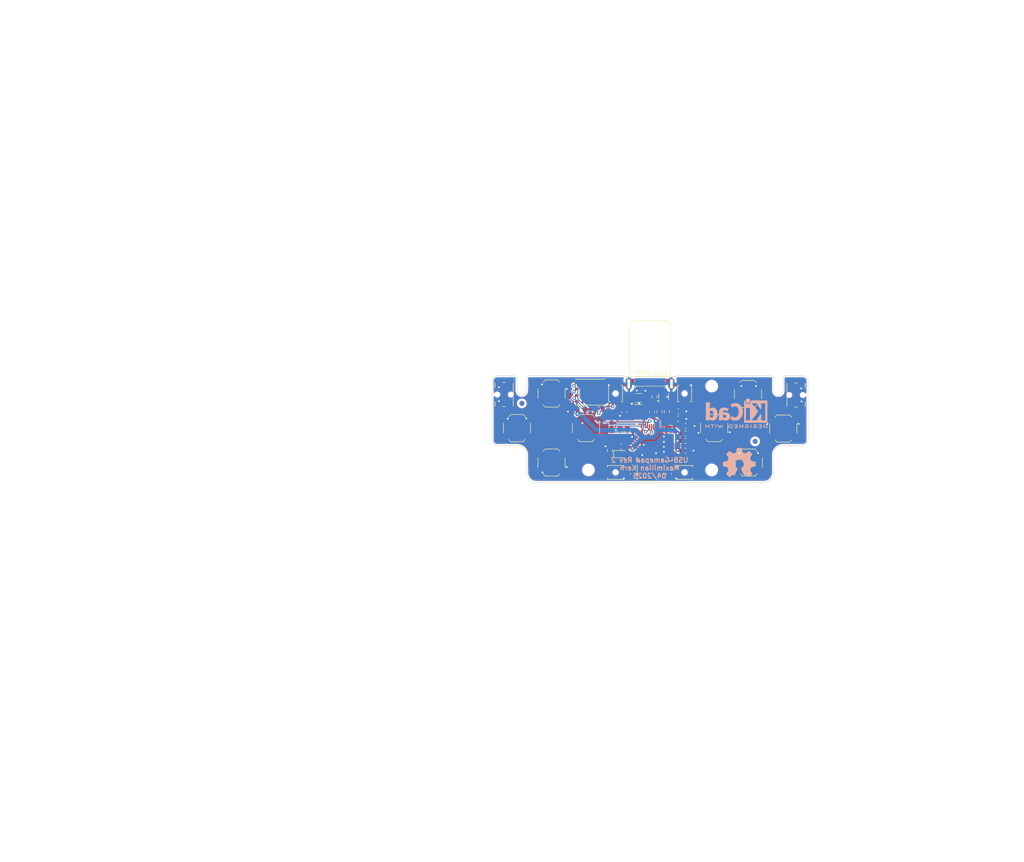
<source format=kicad_pcb>
(kicad_pcb (version 20241229) (generator "pcbnew") (generator_version "9.0")
  (title_block (title "USB-C Gamepad") (date "2025-03-19") (rev "2") (company "Maximilian Kern"))
  (layers (0 "F.Cu" signal) (2 "B.Cu" signal) (13 "F.Paste" user) (15 "B.Paste" user) (5 "F.SilkS" user "F.Silkscreen") (7 "B.SilkS" user "B.Silkscreen") (1 "F.Mask" user) (3 "B.Mask" user) (25 "Edge.Cuts" user))
  (net 0 "")
  (net 1 "+3.3V")
  (net 2 "Net-(U1-EN)")
  (net 3 "Net-(U4-XIN)")
  (net 4 "+1V1")
  (net 5 "Net-(U4-XOUT)")
  (net 6 "Net-(D1-K)")
  (net 7 "/D_P")
  (net 8 "/D_N")
  (net 9 "USB_D_P")
  (net 10 "/USB_D2_P")
  (net 11 "/USB_D2_N")
  (net 12 "USB_D_N")
  (net 13 "/BT_Up")
  (net 14 "GND")
  (net 15 "QSPI_SD3")
  (net 16 "QSPI_SD0")
  (net 17 "Net-(D1-A)")
  (net 18 "QSPI_SD2")
  (net 21 "QSPI_SCLK")
  (net 22 "/VUSB_RAW")
  (net 25 "QSPI_SD1")
  (net 26 "QSPI_CS")
  (net 29 "Net-(J1-CC)")
  (net 42 "/BT_Left")
  (net 43 "/BT_S2")
  (net 44 "/BT_Right")
  (net 45 "/BT_Down")
  (net 46 "/BT_B3")
  (net 47 "/BT_B4")
  (net 48 "/BT_B2")
  (net 49 "/BT_B1")
  (net 50 "/BT_S1")
  (net 51 "/BT_A2")
  (net 52 "/BT_A1")
  (net 53 "/BT_R1")
  (net 54 "/BT_L1")
  (footprint "Package_SON:WSON-8-1EP_6x5mm_P1.27mm_EP3.4x4.3mm" (layer "F.Cu") (at 135.85 96.725 180)
    (property "Reference" "U3" (hide yes))
    (property "Value" "W25Q64JVZPIQ")
  )
  (footprint "Capacitor_SMD:C_0603_1608Metric" (layer "F.Cu") (at 142.1 107.8 180)
    (property "Reference" "C10" (hide yes))
    (property "Value" "100nF")
  )
  (footprint "Package_TO_SOT_SMD:SOT-23-5" (layer "F.Cu") (at 145.6 100.8)
    (property "Reference" "U1" (hide yes))
    (property "Value" "AP2112K-3.3")
  )
  (footprint "Fiducial:Fiducial_1mm_Mask2mm" (layer "F.Cu") (at 122 99 90)
    (property "Reference" "FID4" (hide yes))
    (property "Value" "Fiducial")
  )
  (footprint "Resistor_SMD:R_0603_1608Metric" (layer "F.Cu") (at 140.2 103.8 90)
    (property "Reference" "R1" (hide yes))
    (property "Value" "10k")
  )
  (footprint "Capacitor_SMD:C_0603_1608Metric" (layer "F.Cu") (at 153.7 102.1)
    (property "Reference" "C15" (hide yes))
    (property "Value" "100nF")
  )
  (footprint "LOGO" (layer "F.Cu") (at 128 104)
    (property "Reference" "G***" (hide yes))
    (property "Value" "LOGO" (hide yes))
  )
  (footprint "Button_Switch_SMD:SW_SPST_TL3342" (layer "F.Cu") (at 167.85 97.1 180)
    (property "Reference" "SW6" (hide yes))
    (property "Value" "SW_Push")
  )
  (footprint "Capacitor_SMD:C_0603_1608Metric" (layer "F.Cu") (at 141.9 104.8 -90)
    (property "Reference" "C12" (hide yes))
    (property "Value" "100nF")
  )
  (footprint "Button_Switch_SMD:Panasonic_EVQPUM_EVQPUD" (layer "F.Cu") (at 177.6 97.3 -90)
    (property "Reference" "SW10" (hide yes))
    (property "Value" "SW_Push")
  )
  (footprint "Button_Switch_SMD:Panasonic_EVQPUM_EVQPUD" (layer "F.Cu") (at 118.4 97.2 90)
    (property "Reference" "SW5" (hide yes))
    (property "Value" "SW_Push")
  )
  (footprint "Capacitor_SMD:C_0603_1608Metric" (layer "F.Cu") (at 155.2 105.1)
    (property "Reference" "C13" (hide yes))
    (property "Value" "1uF")
  )
  (footprint "Resistor_SMD:R_0603_1608Metric" (layer "F.Cu") (at 148.9 97.65 90)
    (property "Reference" "R7" (hide yes))
    (property "Value" "5.1k")
  )
  (footprint "Resistor_SMD:R_0603_1608Metric" (layer "F.Cu") (at 137.6 100.2 180)
    (property "Reference" "R2" (hide yes))
    (property "Value" "1k")
  )
  (footprint "MountingHole:MountingHole_2.1mm" (layer "F.Cu") (at 160.5 112.5)
    (property "Reference" "H3" (hide yes))
    (property "Value" "MountingHole")
  )
  (footprint "Capacitor_SMD:C_0603_1608Metric" (layer "F.Cu") (at 134 100.2)
    (property "Reference" "C3" (hide yes))
    (property "Value" "1uF")
  )
  (footprint "Package_DFN_QFN:QFN-56-1EP_7x7mm_P0.4mm_EP3.2x3.2mm" (layer "F.Cu") (at 148.8625 107.0625)
    (property "Reference" "U4" (hide yes))
    (property "Value" "RP2040")
  )
  (footprint "Capacitor_SMD:C_0603_1608Metric" (layer "F.Cu") (at 155.2 108.6)
    (property "Reference" "C9" (hide yes))
    (property "Value" "100nF")
  )
  (footprint "Button_Switch_SMD:SW_SPST_TL3342" (layer "F.Cu") (at 161 104)
    (property "Reference" "SW7" (hide yes))
    (property "Value" "SW_Push")
  )
  (footprint "Package_TO_SOT_SMD:SOT-666" (layer "F.Cu") (at 150.7525 97.65 90)
    (property "Reference" "U2" (hide yes))
    (property "Value" "USBLC6-2P6")
  )
  (footprint "Capacitor_SMD:C_0603_1608Metric" (layer "F.Cu") (at 153.7 100.6)
    (property "Reference" "C11" (hide yes))
    (property "Value" "1uF")
  )
  (footprint "Fiducial:Fiducial_1mm_Mask2mm" (layer "F.Cu") (at 169.3 106.7 180)
    (property "Reference" "FID1" (hide yes))
    (property "Value" "Fiducial")
  )
  (footprint "Capacitor_SMD:C_0603_1608Metric" (layer "F.Cu") (at 150.3 113.3 90)
    (property "Reference" "C6" (hide yes))
    (property "Value" "15pF")
  )
  (footprint "Capacitor_SMD:C_0603_1608Metric" (layer "F.Cu") (at 142.8 100.8 -90)
    (property "Reference" "C1" (hide yes))
    (property "Value" "1uF")
  )
  (footprint "Button_Switch_SMD:SW_SPST_TL3342" (layer "F.Cu") (at 135 104 180)
    (property "Reference" "SW4" (hide yes))
    (property "Value" "SW_Push")
  )
  (footprint "gamepadLib:USB_TYPEC_PLUG_12P" (layer "F.Cu") (at 148 95 180)
    (property "Reference" "J1" (hide yes))
    (property "Value" "USB_C_Receptacle_USB2.0")
  )
  (footprint "Button_Switch_SMD:SW_SPST_TL3342" (layer "F.Cu") (at 175 104.1 180)
    (property "Reference" "SW8" (hide yes))
    (property "Value" "SW_Push")
  )
  (footprint "MountingHole:MountingHole_2.1mm" (layer "F.Cu") (at 160.5 95.5)
    (property "Reference" "H2" (hide yes))
    (property "Value" "MountingHole")
  )
  (footprint "Button_Switch_SMD:SW_SPST_B3U-1000P-B" (layer "F.Cu") (at 155 113 180)
    (property "Reference" "SW12" (hide yes))
    (property "Value" "SW_Push")
  )
  (footprint "Button_Switch_SMD:SW_SPST_TL3342" (layer "F.Cu") (at 128 97 180)
    (property "Reference" "SW1" (hide yes))
    (property "Value" "SW_Push")
  )
  (footprint "Fuse:Fuse_1206_3216Metric_Pad1.42x1.75mm_HandSolder" (layer "F.Cu") (at 145.7 97.9 180)
    (property "Reference" "F1" (hide yes))
    (property "Value" "500mA")
  )
  (footprint "Capacitor_SMD:C_0603_1608Metric" (layer "F.Cu") (at 144.5 113.3 90)
    (property "Reference" "C5" (hide yes))
    (property "Value" "15pF")
  )
  (footprint "MountingHole:MountingHole_2.1mm" (layer "F.Cu") (at 135.5 112.5)
    (property "Reference" "H1" (hide yes))
    (property "Value" "MountingHole")
  )
  (footprint "Capacitor_SMD:C_0603_1608Metric" (layer "F.Cu") (at 143.4 104.8 -90)
    (property "Reference" "C4" (hide yes))
    (property "Value" "100nF")
  )
  (footprint "Crystal:Crystal_SMD_Abracon_ABM8G-4Pin_3.2x2.5mm" (layer "F.Cu") (at 147.4 113.1)
    (property "Reference" "Y1" (hide yes))
    (property "Value" "ABM8-272-T3")
  )
  (footprint "Resistor_SMD:R_0603_1608Metric" (layer "F.Cu") (at 149.9 100.675 90)
    (property "Reference" "R3" (hide yes))
    (property "Value" "27")
  )
  (footprint "Button_Switch_SMD:SW_SPST_B3U-1000P-B" (layer "F.Cu") (at 155 97 90)
    (property "Reference" "SW14" (hide yes))
    (property "Value" "SW_Push")
  )
  (footprint "Resistor_SMD:R_0603_1608Metric" (layer "F.Cu") (at 151.4 100.675 90)
    (property "Reference" "R4" (hide yes))
    (property "Value" "27")
  )
  (footprint "Button_Switch_SMD:SW_SPST_TL3342" (layer "F.Cu") (at 128 111)
    (property "Reference" "SW3" (hide yes))
    (property "Value" "SW_Push")
  )
  (footprint "Capacitor_SMD:C_0603_1608Metric" (layer "F.Cu") (at 155.2 103.6)
    (property "Reference" "C8" (hide yes))
    (property "Value" "100nF")
  )
  (footprint "Button_Switch_SMD:SW_SPST_B3U-1000P-B" (layer "F.Cu") (at 141 113)
    (property "Reference" "SW11" (hide yes))
    (property "Value" "SW_Push")
  )
  (footprint "Capacitor_SMD:C_0603_1608Metric" (layer "F.Cu") (at 155.2 106.6)
    (property "Reference" "C7" (hide yes))
    (property "Value" "100nF")
  )
  (footprint "Resistor_SMD:R_0603_1608Metric" (layer "F.Cu") (at 139.85 108.55 -90)
    (property "Reference" "R5" (hide yes))
    (property "Value" "2k2")
  )
  (footprint "LED_SMD:LED_0603_1608Metric" (layer "F.Cu") (at 142.1 109.3)
    (property "Reference" "D1" (hide yes))
    (property "Value" "LED")
  )
  (footprint "Button_Switch_SMD:SW_SPST_B3U-1000P-B" (layer "F.Cu") (at 141 97 90)
    (property "Reference" "SW13" (hide yes))
    (property "Value" "SW_Push")
  )
  (footprint "Capacitor_SMD:C_0603_1608Metric" (layer "F.Cu") (at 148.4 100.725 90)
    (property "Reference" "C2" (hide yes))
    (property "Value" "1uF")
  )
  (footprint "Button_Switch_SMD:SW_SPST_TL3342" (layer "F.Cu") (at 121 104 180)
    (property "Reference" "SW2" (hide yes))
    (property "Value" "SW_Push")
  )
  (footprint "Button_Switch_SMD:SW_SPST_TL3342" (layer "F.Cu") (at 168 111 180)
    (property "Reference" "SW9" (hide yes))
    (property "Value" "SW_Push")
  )
  (footprint "Capacitor_SMD:C_0603_1608Metric" (layer "F.Cu") (at 151.8 113.3 -90)
    (property "Reference" "C14" (hide yes))
    (property "Value" "100nF")
  )
  (footprint "Fiducial:Fiducial_1mm_Mask2mm" (layer "B.Cu") (at 122 99 90)
    (property "Reference" "FID3" (hide yes))
    (property "Value" "Fiducial")
  )
  (footprint "Fiducial:Fiducial_1mm_Mask2mm" (layer "B.Cu") (at 169.3 106.7 90)
    (property "Reference" "FID2" (hide yes))
    (property "Value" "Fiducial")
  )
  (footprint "Symbol:KiCad-Logo2_5mm_SilkScreen" (layer "B.Cu") (at 165.5 101 180)
    (property "Reference" "REF**" (hide yes))
    (property "Value" "KiCad-Logo2_5mm_SilkScreen" (hide yes))
  )
  (footprint "Symbol:OSHW-Symbol_6.7x6mm_SilkScreen" (layer "B.Cu") (at 166.1 111 180)
    (property "Reference" "REF**" (hide yes))
    (property "Value" "OSHW-Symbol_6.7x6mm_SilkScreen" (hide yes))
  )
  (gr_line (start 121 96.4) (end 121 93.9) (stroke (width 0.1)) (layer "Edge.Cuts"))
  (gr_line (start 180 94.4) (end 180 106.5) (stroke (width 0.1)) (layer "Edge.Cuts"))
  (gr_arc (start 123 93.9) (mid 123.146447 93.546447) (end 123.5 93.4) (stroke (width 0.1)) (layer "Edge.Cuts"))
  (gr_arc (start 120.5 93.4) (mid 120.853553 93.546447) (end 121 93.9) (stroke (width 0.1)) (layer "Edge.Cuts"))
  (gr_line (start 173 93.9) (end 173 96.4) (stroke (width 0.1)) (layer "Edge.Cuts"))
  (gr_arc (start 153.4 93.4) (mid 153.223607 93.547214) (end 153 93.6) (stroke (width 0.1)) (layer "Edge.Cuts"))
  (gr_arc (start 175 96.4) (mid 174 97.4) (end 173 96.4) (stroke (width 0.1)) (layer "Edge.Cuts"))
  (gr_line (start 123 93.9) (end 123 96.4) (stroke (width 0.1)) (layer "Edge.Cuts"))
  (gr_line (start 173 109.5) (end 173 113) (stroke (width 0.1)) (layer "Edge.Cuts"))
  (gr_line (start 123 109.5) (end 123 113) (stroke (width 0.1)) (layer "Edge.Cuts"))
  (gr_line (start 120.5 93.4) (end 117 93.4) (stroke (width 0.1)) (layer "Edge.Cuts"))
  (gr_arc (start 125 115) (mid 123.585786 114.414214) (end 123 113) (stroke (width 0.1)) (layer "Edge.Cuts"))
  (gr_line (start 153.4 93.4) (end 172.5 93.4) (stroke (width 0.1)) (layer "Edge.Cuts"))
  (gr_arc (start 172.5 93.4) (mid 172.853553 93.546447) (end 173 93.9) (stroke (width 0.1)) (layer "Edge.Cuts"))
  (gr_line (start 175.5 93.4) (end 179 93.4) (stroke (width 0.1)) (layer "Edge.Cuts"))
  (gr_arc (start 173 109.5) (mid 173.585786 108.085786) (end 175 107.5) (stroke (width 0.1)) (layer "Edge.Cuts"))
  (gr_line (start 143 93.6) (end 153 93.6) (stroke (width 0.1)) (layer "Edge.Cuts"))
  (gr_arc (start 123 96.4) (mid 122 97.4) (end 121 96.4) (stroke (width 0.1)) (layer "Edge.Cuts"))
  (gr_line (start 175 96.4) (end 175 93.9) (stroke (width 0.1)) (layer "Edge.Cuts"))
  (gr_arc (start 143 93.6) (mid 142.776393 93.547214) (end 142.6 93.4) (stroke (width 0.1)) (layer "Edge.Cuts"))
  (gr_arc (start 121 107.5) (mid 122.414214 108.085786) (end 123 109.5) (stroke (width 0.1)) (layer "Edge.Cuts"))
  (gr_line (start 175 107.5) (end 179 107.5) (stroke (width 0.1)) (layer "Edge.Cuts"))
  (gr_arc (start 180 106.5) (mid 179.707107 107.207107) (end 179 107.5) (stroke (width 0.1)) (layer "Edge.Cuts"))
  (gr_arc (start 116 94.4) (mid 116.292893 93.692893) (end 117 93.4) (stroke (width 0.1)) (layer "Edge.Cuts"))
  (gr_arc (start 179 93.4) (mid 179.707107 93.692893) (end 180 94.4) (stroke (width 0.1)) (layer "Edge.Cuts"))
  (gr_line (start 116 94.4) (end 116 106.5) (stroke (width 0.1)) (layer "Edge.Cuts"))
  (gr_arc (start 175 93.9) (mid 175.146447 93.546447) (end 175.5 93.4) (stroke (width 0.1)) (layer "Edge.Cuts"))
  (gr_arc (start 173 113) (mid 172.414214 114.414214) (end 171 115) (stroke (width 0.1)) (layer "Edge.Cuts"))
  (gr_line (start 121 107.5) (end 117 107.5) (stroke (width 0.1)) (layer "Edge.Cuts"))
  (gr_arc (start 117 107.5) (mid 116.292893 107.207107) (end 116 106.5) (stroke (width 0.1)) (layer "Edge.Cuts"))
  (gr_line (start 171 115) (end 125 115) (stroke (width 0.1)) (layer "Edge.Cuts"))
  (gr_line (start 142.6 93.4) (end 123.5 93.4) (stroke (width 0.1)) (layer "Edge.Cuts"))
  (gr_text "USB Gamepad Rev 2\nMaximilian Kern\n04/2025" (at 147.9 112.1 0) (layer "B.SilkS") (effects (font (size 1 1) (thickness 0.2)) (justify mirror)))
  (segment (start 149.2125 102.556449) (end 149.356449 102.556449) (width 0.2) (layer "F.Cu") (net 1))
  (segment (start 147.2 109.2) (end 146.0625 108.0625) (width 0.3) (layer "F.Cu") (net 1))
  (segment (start 152.3 108.0625) (end 153.0625 108.0625) (width 0.2) (layer "F.Cu") (net 1))
  (segment (start 148.3 109.2) (end 147.2 109.2) (width 0.3) (layer "F.Cu") (net 1))
  (segment (start 154.225 108.4) (end 154.425 108.6) (width 0.2) (layer "F.Cu") (net 1))
  (segment (start 144.4 108.1) (end 144.7 108.1) (width 0.2) (layer "F.Cu") (net 1))
  (segment (start 143.025 104.05) (end 141.435518 104.05) (width 0.3) (layer "F.Cu") (net 1))
  (segment (start 149.356449 102.556449) (end 149.4625 102.6625) (width 0.2) (layer "F.Cu") (net 1))
  (segment (start 154.425 106.6) (end 153.575 106.6) (width 0.5) (layer "F.Cu") (net 1))
  (segment (start 147.8 100.9) (end 148.4 101.5) (width 0.5) (layer "F.Cu") (net 1))
  (segment (start 145.425 104.4625) (end 144.725 104.4625) (width 0.2) (layer "F.Cu") (net 1))
  (segment (start 152.3 103.6) (end 151.4875 103.6) (width 0.5) (layer "F.Cu") (net 1))
  (segment (start 140.2 104.625) (end 140.860518 104.625) (width 0.3) (layer "F.Cu") (net 1))
  (segment (start 148.4 101.5) (end 148.6 101.7) (width 0.5) (layer "F.Cu") (net 1))
  (segment (start 133.15 100.125) (end 133.225 100.2) (width 0.3) (layer "F.Cu") (net 1))
  (segment (start 151.4625 103.625) (end 151.2135 103.625) (width 0.5) (layer "F.Cu") (net 1))
  (segment (start 154.425 106.6) (end 154.425 103.6) (width 0.5) (layer "F.Cu") (net 1))
  (segment (start 133.15 98.63) (end 133.15 100.125) (width 0.3) (layer "F.Cu") (net 1))
  (segment (start 149.202678 102.556449) (end 149.0625 102.696627) (width 0.2) (layer "F.Cu") (net 1))
  (segment (start 149.20288 102.546829) (end 149.202678 102.547031) (width 0.2) (layer "F.Cu") (net 1))
  (segment (start 143.05 104.025) (end 143.025 104.05) (width 0.3) (layer "F.Cu") (net 1))
  (segment (start 146.7375 100.3375) (end 147.3 100.9) (width 0.5) (layer "F.Cu") (net 1))
  (segment (start 133.3 101.1) (end 133.3 100.275) (width 0.3) (layer "F.Cu") (net 1))
  (segment (start 149.0625 109.9625) (end 148.3 109.2) (width 0.2) (layer "F.Cu") (net 1))
  (segment (start 133.3 100.275) (end 133.225 100.2) (width 0.3) (layer "F.Cu") (net 1))
  (segment (start 149.20288 102.546829) (end 149.2125 102.556449) (width 0.2) (layer "F.Cu") (net 1))
  (segment (start 154.4 108.45) (end 154.425 108.475) (width 0.5) (layer "F.Cu") (net 1))
  (segment (start 141.435518 104.05) (end 141.049305 104.436213) (width 0.3) (layer "F.Cu") (net 1))
  (segment (start 133.46 100.46) (end 133.46 100) (width 0.2) (layer "F.Cu") (net 1))
  (segment (start 149.202678 102.547031) (end 149.202678 102.556449) (width 0.2) (layer "F.Cu") (net 1))
  (segment (start 154.425 103.6) (end 152.3 103.6) (width 0.5) (layer "F.Cu") (net 1))
  (segment (start 149.0625 102.696627) (end 149.0625 103.625) (width 0.2) (layer "F.Cu") (net 1))
  (segment (start 142.975 107.9) (end 142.875 107.8) (width 0.5) (layer "F.Cu") (net 1))
  (segment (start 148.6 101.8) (end 149.146829 102.346829) (width 0.5) (layer "F.Cu") (net 1))
  (segment (start 154.425 105.1) (end 153.575 105.1) (width 0.5) (layer "F.Cu") (net 1))
  (segment (start 149.146829 102.346829) (end 149.146829 102.546829) (width 0.5) (layer "F.Cu") (net 1))
  (segment (start 153.6 108.45) (end 154.4 108.45) (width 0.5) (layer "F.Cu") (net 1))
  (segment (start 144.2875 104.025) (end 143.4 104.025) (width 0.2) (layer "F.Cu") (net 1))
  (segment (start 148.6 101.7) (end 148.6 101.8) (width 0.5) (layer "F.Cu") (net 1))
  (segment (start 146.7375 99.85) (end 146.7375 100.3375) (width 0.5) (layer "F.Cu") (net 1))
  (segment (start 152.3 103.6) (end 152.3 104.3) (width 0.5) (layer "F.Cu") (net 1))
  (segment (start 140.860518 104.625) (end 141.049305 104.436213) (width 0.3) (layer "F.Cu") (net 1))
  (segment (start 144.2 107.9) (end 142.975 107.9) (width 0.5) (layer "F.Cu") (net 1))
  (segment (start 153.0625 108.0625) (end 153.4 108.4) (width 0.2) (layer "F.Cu") (net 1))
  (segment (start 149.0625 110.5) (end 149.0625 109.9625) (width 0.2) (layer "F.Cu") (net 1))
  (segment (start 144.7375 108.0625) (end 145.425 108.0625) (width 0.2) (layer "F.Cu") (net 1))
  (segment (start 146.0625 108.0625) (end 145.425 108.0625) (width 0.2) (layer "F.Cu") (net 1))
  (segment (start 149.146829 102.546829) (end 149.20288 102.546829) (width 0.3) (layer "F.Cu") (net 1))
  (segment (start 143.4 104.025) (end 143.05 104.025) (width 0.3) (layer "F.Cu") (net 1))
  (segment (start 144.725 104.4625) (end 144.2875 104.025) (width 0.2) (layer "F.Cu") (net 1))
  (segment (start 147.3 100.9) (end 147.8 100.9) (width 0.5) (layer "F.Cu") (net 1))
  (segment (start 144.7 108.1) (end 144.7375 108.0625) (width 0.2) (layer "F.Cu") (net 1))
  (segment (start 144.4 108.1) (end 144.2 107.9) (width 0.5) (layer "F.Cu") (net 1))
  (segment (start 149.4625 102.6625) (end 149.4625 103.625) (width 0.2) (layer "F.Cu") (net 1))
  (segment (start 151.4875 103.6) (end 151.4625 103.625) (width 0.5) (layer "F.Cu") (net 1))
  (segment (start 154.425 108.475) (end 154.425 108.6) (width 0.5) (layer "F.Cu") (net 1))
  (via (at 149.20288 102.546829) (size 0.7) (drill 0.35) (layers "F.Cu" "B.Cu") (net 1))
  (via (at 153.575 106.6) (size 0.7) (drill 0.35) (layers "F.Cu" "B.Cu") (net 1))
  (via (at 144.4 108.1) (size 0.7) (drill 0.35) (layers "F.Cu" "B.Cu") (net 1))
  (via (at 153.575 105.1) (size 0.7) (drill 0.35) (layers "F.Cu" "B.Cu") (net 1))
  (via (at 141.049305 104.436213) (size 0.7) (drill 0.35) (layers "F.Cu" "B.Cu") (net 1))
  (via (at 133.3 101.1) (size 0.7) (drill 0.35) (layers "F.Cu" "B.Cu") (net 1))
  (via (at 153.6 108.45) (size 0.7) (drill 0.35) (layers "F.Cu" "B.Cu") (net 1))
  (segment (start 149.351 105.349) (end 149.351 104.364661) (width 1) (layer "B.Cu") (net 1))
  (segment (start 149.20288 102.546829) (end 149.20288 102.59712) (width 1) (layer "B.Cu") (net 1))
  (segment (start 149.354782 102.698731) (end 149.354782 104.368443) (width 1) (layer "B.Cu") (net 1))
  (segment (start 134.701719 101.93462) (end 134.68462 101.93462) (width 1) (layer "B.Cu") (net 1))
  (segment (start 146.501 105.851) (end 148.849 105.851) (width 1) (layer "B.Cu") (net 1))
  (segment (start 144.4 108.1) (end 146.501 105.999) (width 1) (layer "B.Cu") (net 1))
  (segment (start 149.354782 104.368443) (end 149.351 104.364661) (width 1) (layer "B.Cu") (net 1))
  (segment (start 141.049305 104.436213) (end 145.086213 104.436213) (width 1) (layer "B.Cu") (net 1))
  (segment (start 145.086213 104.436213) (end 146.501 105.851) (width 1) (layer "B.Cu") (net 1))
  (segment (start 153.575 108.325) (end 153.575 105.075) (width 1) (layer "B.Cu") (net 1))
  (segment (start 137.186213 104.436213) (end 135.31738 102.56738) (width 1) (layer "B.Cu") (net 1))
  (segment (start 133.85 101.1) (end 133.3 101.1) (width 1) (layer "B.Cu") (net 1))
  (segment (start 152.864661 104.364661) (end 149.351 104.364661) (width 1) (layer "B.Cu") (net 1))
  (segment (start 141.049305 104.436213) (end 137.186213 104.436213) (width 1) (layer "B.Cu") (net 1))
  (segment (start 146.501 105.999) (end 146.501 105.851) (width 1) (layer "B.Cu") (net 1))
  (segment (start 148.849 105.851) (end 149.351 105.349) (width 1) (layer "B.Cu") (net 1))
  (segment (start 149.20288 102.546829) (end 149.354782 102.698731) (width 1) (layer "B.Cu") (net 1))
  (segment (start 153.575 105.075) (end 152.864661 104.364661) (width 1) (layer "B.Cu") (net 1))
  (segment (start 153.6 108.35) (end 153.575 108.325) (width 1) (layer "B.Cu") (net 1))
  (segment (start 134.68462 101.93462) (end 133.85 101.1) (width 1) (layer "B.Cu") (net 1))
  (segment (start 135.31738 102.550281) (end 134.701719 101.93462) (width 1) (layer "B.Cu") (net 1))
  (segment (start 153.6 108.45) (end 153.6 108.35) (width 1) (layer "B.Cu") (net 1))
  (segment (start 135.31738 102.56738) (end 135.31738 102.550281) (width 1) (layer "B.Cu") (net 1))
  (segment (start 144.901744 98.014244) (end 144.326744 98.014244) (width 0.2) (layer "F.Cu") (net 2))
  (segment (start 145.6 101.3) (end 145.6 100.325001) (width 0.2) (layer "F.Cu") (net 2))
  (segment (start 145.15 101.75) (end 145.6 101.3) (width 0.2) (layer "F.Cu") (net 2))
  (segment (start 145.6 100.325001) (end 145.124999 99.85) (width 0.2) (layer "F.Cu") (net 2))
  (segment (start 144.4625 101.75) (end 145.15 101.75) (width 0.2) (layer "F.Cu") (net 2))
  (segment (start 142.975 99.85) (end 142.8 100.025) (width 0.5) (layer "F.Cu") (net 2))
  (segment (start 144.326744 98.014244) (end 144.2125 97.9) (width 0.2) (layer "F.Cu") (net 2))
  (segment (start 142.8 99.3125) (end 142.8 100.025) (width 0.5) (layer "F.Cu") (net 2))
  (segment (start 144.2125 97.9) (end 142.8 99.3125) (width 0.5) (layer "F.Cu") (net 2))
  (segment (start 144.4625 99.85) (end 142.975 99.85) (width 0.5) (layer "F.Cu") (net 2))
  (segment (start 145.124999 99.85) (end 144.4625 99.85) (width 0.2) (layer "F.Cu") (net 2))
  (segment (start 148 111.3) (end 147.7 111.3) (width 0.2) (layer "F.Cu") (net 3))
  (segment (start 147.5 112.85) (end 146.4 113.95) (width 0.2) (layer "F.Cu") (net 3))
  (segment (start 146.4 113.95) (end 146.3 113.95) (width 0.2) (layer "F.Cu") (net 3))
  (segment (start 147.7 111.3) (end 147.5 111.5) (width 0.2) (layer "F.Cu") (net 3))
  (segment (start 144.5 114.075) (end 146.175 114.075) (width 0.2) (layer "F.Cu") (net 3))
  (segment (start 146.175 114.075) (end 146.3 113.95) (width 0.2) (layer "F.Cu") (net 3))
  (segment (start 148.2625 110.5) (end 148.2625 111.0375) (width 0.2) (layer "F.Cu") (net 3))
  (segment (start 147.5 111.5) (end 147.5 112.85) (width 0.2) (layer "F.Cu") (net 3))
  (segment (start 148.2625 111.0375) (end 148 111.3) (width 0.2) (layer "F.Cu") (net 3))
  (segment (start 151.1 102.6) (end 152.425 102.6) (width 0.5) (layer "F.Cu") (net 4))
  (segment (start 151.3 109.5) (end 151.5 109.3) (width 0.3) (layer "F.Cu") (net 4))
  (segment (start 149.4625 110.5) (end 149.4625 111.291136) (width 0.2) (layer "F.Cu") (net 4))
  (segment (start 152.9 102.125) (end 152.9 100.625) (width 0.5) (layer "F.Cu") (net 4))
  (segment (start 151.675 112.525) (end 151.8 112.525) (width 0.2) (layer "F.Cu") (net 4))
  (segment (start 149.4625 110.5) (end 149.4625 109.8375) (width 0.2) (layer "F.Cu") (net 4))
  (segment (start 150.8 104.5) (end 149.002226 104.5) (width 0.3) (layer "F.Cu") (net 4))
  (segment (start 152.9 100.625) (end 152.925 100.6) (width 0.2) (layer "F.Cu") (net 4))
  (segment (start 151.5 105.2) (end 150.8 104.5) (width 0.3) (layer "F.Cu") (net 4))
  (segment (start 151.2339 112.101) (end 151.251 112.101) (width 0.2) (layer "F.Cu") (net 4))
  (segment (start 150.6625 103.625) (end 150.6625 104.3625) (width 0.2) (layer "F.Cu") (net 4))
  (segment (start 149.4625 109.8375) (end 149.8 109.5) (width 0.2) (layer "F.Cu") (net 4))
  (segment (start 149.002226 104.5) (end 148.6625 104.160274) (width 0.2) (layer "F.Cu") (net 4))
  (segment (start 151.1 102.6) (end 150.9 102.6) (width 0.2) (layer "F.Cu") (net 4))
  (segment (start 149.8 109.5) (end 151.3 109.5) (width 0.3) (layer "F.Cu") (net 4))
  (segment (start 150.999 111.8661) (end 151.2339 112.101) (width 0.2) (layer "F.Cu") (net 4))
  (segment (start 151.5 109.3) (end 151.5 105.2) (width 0.3) (layer "F.Cu") (net 4))
  (segment (start 150.9 102.6) (end 150.6625 102.8375) (width 0.2) (layer "F.Cu") (net 4))
  (segment (start 150.8964 111.7635) (end 150.999 111.8661) (width 0.2) (layer "F.Cu") (net 4))
  (segment (start 151.251 112.101) (end 151.675 112.525) (width 0.2) (layer "F.Cu") (net 4))
  (segment (start 149.771364 111.6) (end 150.7329 111.6) (width 0.2) (layer "F.Cu") (net 4))
  (segment (start 150.7329 111.6) (end 150.8964 111.7635) (width 0.2) (layer "F.Cu") (net 4))
  (segment (start 150.6625 102.8375) (end 150.6625 103.625) (width 0.2) (layer "F.Cu") (net 4))
  (segment (start 148.6625 104.160274) (end 148.6625 103.625) (width 0.2) (layer "F.Cu") (net 4))
  (segment (start 149.4625 111.291136) (end 149.771364 111.6) (width 0.2) (layer "F.Cu") (net 4))
  (segment (start 152.425 102.6) (end 152.9 102.125) (width 0.5) (layer "F.Cu") (net 4))
  (segment (start 150.3 112.525) (end 148.775 112.525) (width 0.3) (layer "F.Cu") (net 5))
  (segment (start 148.55 112.25) (end 148.5 112.25) (width 0.2) (layer "F.Cu") (net 5))
  (segment (start 148.6625 112.0875) (end 148.5 112.25) (width 0.2) (layer "F.Cu") (net 5))
  (segment (start 150 112.25) (end 150.25 112.5) (width 0.2) (layer "F.Cu") (net 5))
  (segment (start 148.775 112.525) (end 148.5 112.25) (width 0.3) (layer "F.Cu") (net 5))
  (segment (start 148.6625 110.5) (end 148.6625 112.0875) (width 0.2) (layer "F.Cu") (net 5))
  (segment (start 141.3125 109.3) (end 139.925 109.3) (width 0.3) (layer "F.Cu") (net 6))
  (segment (start 139.925 109.3) (end 139.85 109.375) (width 0.3) (layer "F.Cu") (net 6))
  (segment (start 149.75 95.4) (end 149.75 96.033088) (width 0.3) (layer "F.Cu") (net 7))
  (segment (start 150.215 96.498088) (end 150.215 96.8) (width 0.3) (layer "F.Cu") (net 7))
  (segment (start 149.75 96.033088) (end 150.215 96.498088) (width 0.3) (layer "F.Cu") (net 7))
  (segment (start 150.65 95.95) (end 151 95.95) (width 0.3) (layer "F.Cu") (net 8))
  (segment (start 150.25 95.55) (end 150.65 95.95) (width 0.3) (layer "F.Cu") (net 8))
  (segment (start 151.29 96.24) (end 151.29 96.8) (width 0.3) (layer "F.Cu") (net 8))
  (segment (start 151 95.95) (end 151.29 96.24) (width 0.3) (layer "F.Cu") (net 8))
  (segment (start 150.25 95.4) (end 150.25 95.55) (width 0.3) (layer "F.Cu") (net 8))
  (segment (start 150.215 98.5) (end 150.215 98.935) (width 0.3) (layer "F.Cu") (net 9))
  (segment (start 149.9 99.25) (end 149.9 99.85) (width 0.3) (layer "F.Cu") (net 9))
  (segment (start 150.215 98.935) (end 149.9 99.25) (width 0.3) (layer "F.Cu") (net 9))
  (segment (start 149.8625 103.625) (end 149.8625 101.5375) (width 0.2) (layer "F.Cu") (net 10))
  (segment (start 149.8625 101.5375) (end 149.9 101.5) (width 0.2) (layer "F.Cu") (net 10))
  (segment (start 150.2625 103.625) (end 150.2625 102.6375) (width 0.2) (layer "F.Cu") (net 11))
  (segment (start 150.2625 102.6375) (end 151.4 101.5) (width 0.2) (layer "F.Cu") (net 11))
  (segment (start 151.25 99.85) (end 151.4 99.85) (width 0.3) (layer "F.Cu") (net 12))
  (segment (start 151.29 98.5) (end 151.29 99.81) (width 0.3) (layer "F.Cu") (net 12))
  (segment (start 151.29 99.81) (end 151.25 99.85) (width 0.3) (layer "F.Cu") (net 12))
  (segment (start 133.6 104.3) (end 131.998 104.3) (width 0.3) (layer "F.Cu") (net 13))
  (segment (start 130.65 99.4) (end 131.15 98.9) (width 0.3) (layer "F.Cu") (net 13))
  (segment (start 130.65 102.952) (end 130.65 99.4) (width 0.3) (layer "F.Cu") (net 13))
  (segment (start 145.425 107.2625) (end 143.8125 107.2625) (width 0.2) (layer "F.Cu") (net 13))
  (segment (start 143.7 107.15) (end 143.45 106.9) (width 0.3) (layer "F.Cu") (net 13))
  (segment (start 131.998 104.3) (end 130.65 102.952) (width 0.3) (layer "F.Cu") (net 13))
  (segment (start 143.45 106.9) (end 136.2 106.9) (width 0.3) (layer "F.Cu") (net 13))
  (segment (start 143.8125 107.2625) (end 143.7 107.15) (width 0.2) (layer "F.Cu") (net 13))
  (segment (start 136.2 106.9) (end 133.6 104.3) (width 0.3) (layer "F.Cu") (net 13))
  (segment (start 147.25 96.253545) (end 147.25 95) (width 0.3) (layer "F.Cu") (net 14))
  (segment (start 152.598506 95.33456) (end 152.633066 95.3) (width 0.5) (layer "F.Cu") (net 14))
  (segment (start 141.9 101.5) (end 141.975 101.575) (width 0.5) (layer "F.Cu") (net 14))
  (segment (start 148.9 99.4) (end 148.9 98.475) (width 0.3) (layer "F.Cu") (net 14))
  (segment (start 147.8625 109.8625) (end 147.7 109.7) (width 0.2) (layer "F.Cu") (net 14))
  (segment (start 146.056212 99.010043) (end 146.237426 99.191257) (width 0.3) (layer "F.Cu") (net 14))
  (segment (start 147.639661 99.189661) (end 148.4 99.95) (width 0.3) (layer "F.Cu") (net 14))
  (segment (start 141.9 105.575) (end 141.774 105.449) (width 0.2) (layer "F.Cu") (net 14))
  (segment (start 151.137877 97.712123) (end 150.7525 98.0975) (width 0.3) (layer "F.Cu") (net 14))
  (segment (start 150.225 114) (end 150.225 113.925) (width 0.2) (layer "F.Cu") (net 14))
  (segment (start 139.6 95.15) (end 139.27 94.82) (width 0.3) (layer "F.Cu") (net 14))
  (segment (start 147.25 95) (end 147.25 95.4) (width 0.2) (layer "F.Cu") (net 14))
  (segment (start 152.3 95) (end 152.3 95.036054) (width 0.5) (layer "F.Cu") (net 14))
  (segment (start 146.3 112.25) (end 146.025 112.525) (width 0.3) (layer "F.Cu") (net 14))
  (segment (start 144.5 112.525) (end 144.325 112.7) (width 0.3) (layer "F.Cu") (net 14))
  (segment (start 151.508106 97.712123) (end 151.137877 97.712123) (width 0.3) (layer "F.Cu") (net 14))
  (segment (start 152.3 95.036054) (end 152.598506 95.33456) (width 0.5) (layer "F.Cu") (net 14))
  (segment (start 150.7525 98.0975) (end 150.7525 98.575) (width 0.3) (layer "F.Cu") (net 14))
  (segment (start 141 95.3) (end 143.4 95.3) (width 0.5) (layer "F.Cu") (net 14))
  (segment (start 146.237426 99.191257) (end 146.888065 99.191257) (width 0.3) (layer "F.Cu") (net 14))
  (segment (start 145.769291 99.010043) (end 146.056212 99.010043) (width 0.3) (layer "F.Cu") (net 14))
  (segment (start 146.888065 99.191257) (end 146.889661 99.189661) (width 0.3) (layer "F.Cu") (net 14))
  (segment (start 147.8625 110.5) (end 147.8625 109.8625) (width 0.2) (layer "F.Cu") (net 14))
  (segment (start 141.975 101.575) (end 142.8 101.575) (width 0.5) (layer "F.Cu") (net 14))
  (segment (start 144.4625 100.8) (end 143.575 100.8) (width 0.5) (layer "F.Cu") (net 14))
  (segment (start 146.889661 99.189661) (end 147.639661 99.189661) (width 0.3) (layer "F.Cu") (net 14))
  (segment (start 148.4 99.9) (end 148.9 99.4) (width 0.3) (layer "F.Cu") (net 14))
  (segment (start 153.3 114) (end 153.3 113) (width 0.3) (layer "F.Cu") (net 14))
  (segment (start 153.225 114.075) (end 153.3 114) (width 0.3) (layer "F.Cu") (net 14))
  (segment (start 139.27 94.82) (end 138.55 94.82) (width 0.3) (layer "F.Cu") (net 14))
  (segment (start 134.26638 102.98562) (end 134.775 102.477) (width 0.2) (layer "F.Cu") (net 14))
  (segment (start 134.775 102.477) (end 134.775 100.2) (width 0.2) (layer "F.Cu") (net 14))
  (segment (start 152.633066 95.3) (end 155 95.3) (width 0.5) (layer "F.Cu") (net 14))
  (segment (start 146.602132 109.7) (end 146.401815 109.499683) (width 0.2) (layer "F.Cu") (net 14))
  (segment (start 143.575 100.8) (end 142.8 101.575) (width 0.5) (layer "F.Cu") (net 14))
  (segment (start 147.7 109.7) (end 146.602132 109.7) (width 0.2) (layer "F.Cu") (net 14))
  (segment (start 151.8 114.075) (end 153.225 114.075) (width 0.3) (layer "F.Cu") (net 14))
  (segment (start 143 112.7) (end 142.7 113) (width 0.3) (layer "F.Cu") (net 14))
  (segment (start 143.4 95.3) (end 143.7 95) (width 0.5) (layer "F.Cu") (net 14))
  (segment (start 147.05 96.453545) (end 147.25 96.253545) (width 0.3) (layer "F.Cu") (net 14))
  (segment (start 134.8 100) (end 134.575 100) (width 0.2) (layer "F.Cu") (net 14))
  (segment (start 139.6 95.3) (end 139.6 95.15) (width 0.3) (layer "F.Cu") (net 14))
  (segment (start 146.025 112.525) (end 144.5 112.525) (width 0.3) (layer "F.Cu") (net 14))
  (segment (start 150.3 114.075) (end 148.625 114.075) (width 0.3) (layer "F.Cu") (net 14))
  (segment (start 148.625 114.075) (end 148.5 113.95) (width 0.3) (layer "F.Cu") (net 14))
  (segment (start 144.325 112.7) (end 143 112.7) (width 0.3) (layer "F.Cu") (net 14))
  (segment (start 151.8 114.075) (end 150.3 114.075) (width 0.3) (layer "F.Cu") (net 14))
  (segment (start 148.4 99.95) (end 148.4 99.9) (width 0.3) (layer "F.Cu") (net 14))
  (via (at 131.1 96.05) (size 0.7) (drill 0.35) (layers "F.Cu" "B.Cu") (net 14))
  (via (at 145.769291 99.010043) (size 0.7) (drill 0.35) (layers "F.Cu" "B.Cu") (net 14))
  (via (at 119.15 102.1) (size 0.7) (drill 0.35) (layers "F.Cu" "B.Cu") (net 14))
  (via (at 126.2 113) (size 0.7) (drill 0.35) (layers "F.Cu" "B.Cu") (net 14))
  (via (at 134.26638 102.98562) (size 0.7) (drill 0.35) (layers "F.Cu" "B.Cu") (net 14))
  (via (at 142.7 114.2) (size 0.7) (drill 0.35) (layers "F.Cu" "B.Cu") (net 14))
  (via (at 149.2 109.1) (size 0.7) (drill 0.35) (layers "F.Cu" "B.Cu") (net 14))
  (via (at 122.9 102.05) (size 0.7) (drill 0.35) (layers "F.Cu" "B.Cu") (net 14))
  (via (at 126.1 95.15) (size 0.7) (drill 0.35) (layers "F.Cu" "B.Cu") (net 14))
  (via (at 178.7 98.6) (size 0.7) (drill 0.35) (layers "F.Cu" "B.Cu") (net 14))
  (via (at 150.8 107.8) (size 0.7) (drill 0.35) (layers "F.Cu" "B.Cu") (net 14))
  (via (at 146.401815 109.499683) (size 0.7) (drill 0.35) (layers "F.Cu" "B.Cu") (net 14))
  (via (at 150.8 106.8) (size 0.7) (drill 0.35) (layers "F.Cu" "B.Cu") (net 14))
  (via (at 156.3 95.3) (size 0.7) (drill 0.35) (layers "F.Cu" "B.Cu") (net 14))
  (via (at 117.35 95.75) (size 0.7) (drill 0.35) (layers "F.Cu" "B.Cu") (net 14))
  (via (at 141.9 101.5) (size 0.7) (drill 0.35) (layers "F.Cu" "B.Cu") (net 14))
  (via (at 151.508106 97.712123) (size 0.7) (drill 0.35) (layers "F.Cu" "B.Cu") (net 14))
  (via (at 146.7 107.4) (size 0.7) (drill 0.35) (layers "F.Cu" "B.Cu") (net 14))
  (via (at 131.1 111.9) (size 0.7) (drill 0.35) (layers "F.Cu" "B.Cu") (net 14))
  (via (at 117.35 98.55) (size 0.7) (drill 0.35) (layers "F.Cu" "B.Cu") (net 14))
  (via (at 164.15 104.85) (size 0.7) (drill 0.35) (layers "F.Cu" "B.Cu") (net 14))
  (via (at 145.3 96.4) (size 0.7) (drill 0.35) (layers "F.Cu" "B.Cu") (net 14))
  (via (at 139.6 95.3) (size 0.7) (drill 0.35) (layers "F.Cu" "B.Cu") (net 14))
  (via (at 156.8 108.6) (size 0.7) (drill 0.35) (layers "F.Cu" "B.Cu") (net 14))
  (via (at 147.05 96.453545) (size 0.7) (drill 0.35) (layers "F.Cu" "B.Cu") (net 14))
  (via (at 169.5 95.5) (size 0.7) (drill 0.35) (layers "F.Cu" "B.Cu") (net 14))
  (via (at 171.8 103.15) (size 0.7) (drill 0.35) (layers "F.Cu" "B.Cu") (net 14))
  (via (at 150.8 105.7) (size 0.7) (drill 0.35) (layers "F.Cu" "B.Cu") (net 14))
  (via (at 155.35 100.6) (size 0.7) (drill 0.35) (layers "F.Cu" "B.Cu") (net 14))
  (via (at 157.8 105) (size 0.7) (drill 0.35) (layers "F.Cu" "B.Cu") (net 14))
  (via (at 150.8 108.8) (size 0.7) (drill 0.35) (layers "F.Cu" "B.Cu") (net 14))
  (via (at 144.35 105.8) (size 0.7) (drill 0.35) (layers "F.Cu" "B.Cu") (net 14))
  (via (at 166.5 95.5) (size 0.7) (drill 0.35) (layers "F.Cu" "B.Cu") (net 14))
  (via (at 166.1 109.1) (size 0.7) (drill 0.35) (layers "F.Cu" "B.Cu") (net 14))
  (via (at 178.1 103.15) (size 0.7) (drill 0.35) (layers "F.Cu" "B.Cu") (net 14))
  (via (at 178.65 95.95) (size 0.7) (drill 0.35) (layers "F.Cu" "B.Cu") (net 14))
  (via (at 138.95 107.7) (size 0.7) (drill 0.35) (layers "F.Cu" "B.Cu") (net 14))
  (via (at 155.35 102.15) (size 0.7) (drill 0.35) (layers "F.Cu" "B.Cu") (net 14))
  (via (at 169.9 109.1) (size 0.7) (drill 0.35) (layers "F.Cu" "B.Cu") (net 14))
  (via (at 157 103.6) (size 0.7) (drill 0.35) (layers "F.Cu" "B.Cu") (net 14))
  (via (at 153.3 114.2) (size 0.7) (drill 0.35) (layers "F.Cu" "B.Cu") (net 14))
  (via (at 131.35 100.65) (size 0.7) (drill 0.35) (layers "F.Cu" "B.Cu") (net 14))
  (segment (start 148.2625 104.7625) (end 148.2625 103.625) (width 0.2) (layer "F.Cu") (net 15))
  (segment (start 148.3 104.8) (end 148.2625 104.7625) (width 0.2) (layer "F.Cu") (net 15))
  (segment (start 132.611595 97.898405) (end 132.599178 97.898405) (width 0.2) (layer "F.Cu") (net 15))
  (segment (start 133.15 97.36) (end 132.611595 97.898405) (width 0.2) (layer "F.Cu") (net 15))
  (via (at 132.599178 97.898405) (size 0.7) (drill 0.35) (layers "F.Cu" "B.Cu") (net 15))
  (via (at 148.3 104.8) (size 0.7) (drill 0.35) (layers "F.Cu" "B.Cu") (net 15))
  (segment (start 148.3 104.8) (end 148.2 104.7) (width 0.2) (layer "B.Cu") (net 15))
  (segment (start 146.699 103.199) (end 137.899773 103.199) (width 0.2) (layer "B.Cu") (net 15))
  (segment (start 148.3 104.8) (end 146.699 103.199) (width 0.2) (layer "B.Cu") (net 15))
  (segment (start 137.899773 103.199) (end 132.599178 97.898405) (width 0.2) (layer "B.Cu") (net 15))
  (segment (start 147.4625 103.625) (end 147.4625 103.0375) (width 0.2) (layer "F.Cu") (net 16))
  (segment (start 133.117075 94.82) (end 132.550001 95.387074) (width 0.2) (layer "F.Cu") (net 16))
  (segment (start 133.15 94.82) (end 133.117075 94.82) (width 0.2) (layer "F.Cu") (net 16))
  (segment (start 147.4625 103.0375) (end 147.9 102.6) (width 0.2) (layer "F.Cu") (net 16))
  (via (at 132.550001 95.387074) (size 0.7) (drill 0.35) (layers "F.Cu" "B.Cu") (net 16))
  (via (at 147.9 102.6) (size 0.7) (drill 0.35) (layers "F.Cu" "B.Cu") (net 16))
  (segment (start 138.065873 102.798) (end 133.35 98.082127) (width 0.2) (layer "B.Cu") (net 16))
  (segment (start 133.35 98.082127) (end 133.35 96.187073) (width 0.2) (layer "B.Cu") (net 16))
  (segment (start 146.5329 102.798) (end 138.065873 102.798) (width 0.2) (layer "B.Cu") (net 16))
  (segment (start 147.7 102.8) (end 146.8671 102.8) (width 0.2) (layer "B.Cu") (net 16))
  (segment (start 146.8671 102.8) (end 146.8651 102.798) (width 0.2) (layer "B.Cu") (net 16))
  (segment (start 146.8651 102.798) (end 146.5329 102.798) (width 0.2) (layer "B.Cu") (net 16))
  (segment (start 147.9 102.6) (end 147.7 102.8) (width 0.2) (layer "B.Cu") (net 16))
  (segment (start 133.35 96.187073) (end 132.550001 95.387074) (width 0.2) (layer "B.Cu") (net 16))
  (segment (start 145.425 108.8625) (end 144.0375 108.8625) (width 0.2) (layer "F.Cu") (net 17))
  (segment (start 143.6 109.3) (end 142.8875 109.3) (width 0.3) (layer "F.Cu") (net 17))
  (segment (start 144.0375 108.8625) (end 143.6 109.3) (width 0.3) (layer "F.Cu") (net 17))
  (segment (start 147.0625 102.8625) (end 146.551 102.351) (width 0.2) (layer "F.Cu") (net 18))
  (segment (start 139.639082 100.239082) (end 139.639082 96.639082) (width 0.2) (layer "F.Cu") (net 18))
  (segment (start 139.09 96.09) (end 138.55 96.09) (width 0.2) (layer "F.Cu") (net 18))
  (segment (start 146.551 102.351) (end 141.751 102.351) (width 0.2) (layer "F.Cu") (net 18))
  (segment (start 147.0625 103.625) (end 147.0625 102.8625) (width 0.2) (layer "F.Cu") (net 18))
  (segment (start 139.639082 96.639082) (end 139.09 96.09) (width 0.2) (layer "F.Cu") (net 18))
  (segment (start 141.751 102.351) (end 139.639082 100.239082) (width 0.2) (layer "F.Cu") (net 18))
  (segment (start 133.15 96.09) (end 133.11 96.09) (width 0.2) (layer "F.Cu") (net 21))
  (segment (start 147.8625 104.2375) (end 147.8625 103.625) (width 0.2) (layer "F.Cu") (net 21))
  (segment (start 147.346406 104.753594) (end 147.8625 104.2375) (width 0.2) (layer "F.Cu") (net 21))
  (segment (start 133.11 96.09) (end 132.6 96.6) (width 0.2) (layer "F.Cu") (net 21))
  (segment (start 147.101138 104.753594) (end 147.346406 104.753594) (width 0.2) (layer "F.Cu") (net 21))
  (via (at 132.6 96.6) (size 0.7) (drill 0.35) (layers "F.Cu" "B.Cu") (net 21))
  (via (at 147.101138 104.753594) (size 0.7) (drill 0.35) (layers "F.Cu" "B.Cu") (net 21))
  (segment (start 131.948178 97.251822) (end 132.6 96.6) (width 0.2) (layer "B.Cu") (net 21))
  (segment (start 132.329524 98.549405) (end 131.948178 98.168059) (width 0.2) (layer "B.Cu") (net 21))
  (segment (start 147.101138 104.753594) (end 145.947544 103.6) (width 0.2) (layer "B.Cu") (net 21))
  (segment (start 137.733673 103.6) (end 132.683078 98.549405) (width 0.2) (layer "B.Cu") (net 21))
  (segment (start 132.683078 98.549405) (end 132.329524 98.549405) (width 0.2) (layer "B.Cu") (net 21))
  (segment (start 131.948178 98.168059) (end 131.948178 97.251822) (width 0.2) (layer "B.Cu") (net 21))
  (segment (start 145.947544 103.6) (end 137.733673 103.6) (width 0.2) (layer "B.Cu") (net 21))
  (segment (start 148.75 95) (end 148.75 95.54148) (width 0.3) (layer "F.Cu") (net 22))
  (segment (start 150.4 97.6) (end 147.4875 97.6) (width 0.3) (layer "F.Cu") (net 22))
  (segment (start 150.7525 96.725) (end 150.7525 97.2475) (width 0.3) (layer "F.Cu") (net 22))
  (segment (start 147.1875 97.9) (end 147.751 97.3365) (width 0.3) (layer "F.Cu") (net 22))
  (segment (start 146.7385 95.7615) (end 146.7385 95.4115) (width 0.3) (layer "F.Cu") (net 22))
  (segment (start 146.35 97.0625) (end 146.35 96.15) (width 0.3) (layer "F.Cu") (net 22))
  (segment (start 148.6 95.9) (end 148.749 95.751) (width 0.3) (layer "F.Cu") (net 22))
  (segment (start 148.425 95.9) (end 148.6 95.9) (width 0.3) (layer "F.Cu") (net 22))
  (segment (start 147.251161 97.963661) (end 146.35 97.0625) (width 0.3) (layer "F.Cu") (net 22))
  (segment (start 146.7385 95.4115) (end 146.75 95.4) (width 0.3) (layer "F.Cu") (net 22))
  (segment (start 148.749 95.751) (end 148.749 95.54248) (width 0.3) (layer "F.Cu") (net 22))
  (segment (start 147.4875 97.6) (end 147.251161 97.836339) (width 0.3) (layer "F.Cu") (net 22))
  (segment (start 150.7525 97.2475) (end 150.4 97.6) (width 0.3) (layer "F.Cu") (net 22))
  (segment (start 146.35 96.15) (end 146.7385 95.7615) (width 0.3) (layer "F.Cu") (net 22))
  (segment (start 147.751 97.3365) (end 147.751 96.574) (width 0.3) (layer "F.Cu") (net 22))
  (segment (start 147.251161 97.836339) (end 147.251161 97.963661) (width 0.3) (layer "F.Cu") (net 22))
  (segment (start 147.751 96.574) (end 148.425 95.9) (width 0.3) (layer "F.Cu") (net 22))
  (segment (start 146.6625 103.625) (end 146.6625 103.0625) (width 0.2) (layer "F.Cu") (net 25))
  (segment (start 139.06 97.36) (end 138.55 97.36) (width 0.2) (layer "F.Cu") (net 25))
  (segment (start 141.552 102.752) (end 139.238082 100.438082) (width 0.2) (layer "F.Cu") (net 25))
  (segment (start 146.352 102.752) (end 141.552 102.752) (width 0.2) (layer "F.Cu") (net 25))
  (segment (start 139.238082 100.438082) (end 139.238082 97.538082) (width 0.2) (layer "F.Cu") (net 25))
  (segment (start 146.6625 103.0625) (end 146.352 102.752) (width 0.2) (layer "F.Cu") (net 25))
  (segment (start 139.238082 97.538082) (end 139.06 97.36) (width 0.2) (layer "F.Cu") (net 25))
  (segment (start 146.2625 103.2625) (end 146.2625 103.625) (width 0.2) (layer "F.Cu") (net 26))
  (segment (start 140.975 102.975) (end 141.2 103.2) (width 0.2) (layer "F.Cu") (net 26))
  (segment (start 140.2 102.1) (end 138.425 100.325) (width 0.2) (layer "F.Cu") (net 26))
  (segment (start 141.2 103.2) (end 146.2 103.2) (width 0.2) (layer "F.Cu") (net 26))
  (segment (start 140.2 102.975) (end 140.975 102.975) (width 0.2) (layer "F.Cu") (net 26))
  (segment (start 138.497577 98.682423) (end 138.55 98.63) (width 0.2) (layer "F.Cu") (net 26))
  (segment (start 140.2 102.975) (end 140.2 102.1) (width 0.2) (layer "F.Cu") (net 26))
  (segment (start 138.497577 100.127423) (end 138.497577 98.682423) (width 0.2) (layer "F.Cu") (net 26))
  (segment (start 146.2 103.2) (end 146.2625 103.2625) (width 0.2) (layer "F.Cu") (net 26))
  (segment (start 138.425 100.2) (end 138.497577 100.127423) (width 0.2) (layer "F.Cu") (net 26))
  (segment (start 138.425 100.325) (end 138.425 100.2) (width 0.2) (layer "F.Cu") (net 26))
  (segment (start 149.25 95) (end 149.25 96.475) (width 0.3) (layer "F.Cu") (net 29))
  (segment (start 149.25 96.475) (end 148.9 96.825) (width 0.3) (layer "F.Cu") (net 29))
  (segment (start 127.4 108) (end 125.3 105.9) (width 0.3) (layer "F.Cu") (net 42))
  (segment (start 144.825 109.825) (end 144.9875 109.6625) (width 0.2) (layer "F.Cu") (net 42))
  (segment (start 143.952802 110.697198) (end 138.697198 110.697198) (width 0.3) (layer "F.Cu") (net 42))
  (segment (start 144.9875 109.6625) (end 145.425 109.6625) (width 0.2) (layer "F.Cu") (net 42))
  (segment (start 125.3 105.9) (end 124.15 105.9) (width 0.3) (layer "F.Cu") (net 42))
  (segment (start 144.825 109.825) (end 143.952802 110.697198) (width 0.3) (layer "F.Cu") (net 42))
  (segment (start 136 108) (end 127.4 108) (width 0.3) (layer "F.Cu") (net 42))
  (segment (start 138.697198 110.697198) (end 136 108) (width 0.3) (layer "F.Cu") (net 42))
  (segment (start 156.2 111.1) (end 156.7 111.6) (width 0.3) (layer "F.Cu") (net 43))
  (segment (start 151.4625 110.5) (end 152.1 110.5) (width 0.2) (layer "F.Cu") (net 43))
  (segment (start 156.7 111.6) (end 156.7 113) (width 0.3) (layer "F.Cu") (net 43))
  (segment (start 152.1 110.5) (end 152.7 111.1) (width 0.3) (layer "F.Cu") (net 43))
  (segment (start 152.7 111.1) (end 156.2 111.1) (width 0.3) (layer "F.Cu") (net 43))
  (segment (start 143.85 106.45) (end 143.8 106.4) (width 0.3) (layer "F.Cu") (net 44))
  (segment (start 139.7 106.4) (end 139.2 105.9) (width 0.3) (layer "F.Cu") (net 44))
  (segment (start 143.8 106.4) (end 139.7 106.4) (width 0.3) (layer "F.Cu") (net 44))
  (segment (start 138.3 106.05) (end 138.15 105.9) (width 0.2) (layer "F.Cu") (net 44))
  (segment (start 143.85 106.45) (end 144.2625 106.8625) (width 0.2) (layer "F.Cu") (net 44))
  (segment (start 139.2 105.9) (end 138.15 105.9) (width 0.3) (layer "F.Cu") (net 44))
  (segment (start 144.2625 106.8625) (end 145.425 106.8625) (width 0.2) (layer "F.Cu") (net 44))
  (segment (start 145.65 110.701) (end 146.2625 110.701) (width 0.2) (layer "F.Cu") (net 45))
  (segment (start 132.525 109.1) (end 133.025 108.6) (width 0.3) (layer "F.Cu") (net 45))
  (segment (start 133.025 108.6) (end 135.6 108.6) (width 0.3) (layer "F.Cu") (net 45))
  (segment (start 131.15 109.1) (end 132.525 109.1) (width 0.3) (layer "F.Cu") (net 45))
  (segment (start 145.1339 110.701) (end 145.65 110.701) (width 0.3) (layer "F.Cu") (net 45))
  (segment (start 144.6349 111.2) (end 145.1339 110.701) (width 0.3) (layer "F.Cu") (net 45))
  (segment (start 138.2 111.2) (end 144.6349 111.2) (width 0.3) (layer "F.Cu") (net 45))
  (segment (start 135.6 108.6) (end 138.2 111.2) (width 0.3) (layer "F.Cu") (net 45))
  (segment (start 146.2625 110.701) (end 146.2625 110.5) (width 0.2) (layer "F.Cu") (net 45))
  (segment (start 159.55 106.65) (end 159.55 102.5) (width 0.3) (layer "F.Cu") (net 46))
  (segment (start 156.8 107.4) (end 153.7 107.4) (width 0.2) (layer "F.Cu") (net 46))
  (segment (start 159.15 102.1) (end 157.85 102.1) (width 0.3) (layer "F.Cu") (net 46))
  (segment (start 159.55 102.5) (end 159.15 102.1) (width 0.3) (layer "F.Cu") (net 46))
  (segment (start 153.7 107.4) (end 153.5625 107.2625) (width 0.2) (layer "F.Cu") (net 46))
  (segment (start 157 107.2) (end 156.8 107.4) (width 0.2) (layer "F.Cu") (net 46))
  (segment (start 153.5625 107.2625) (end 152.3 107.2625) (width 0.2) (layer "F.Cu") (net 46))
  (segment (start 157 107.2) (end 159 107.2) (width 0.3) (layer "F.Cu") (net 46))
  (segment (start 159 107.2) (end 159.55 106.65) (width 0.3) (layer "F.Cu") (net 46))
  (segment (start 153.9 109.5) (end 153.677332 109.5) (width 0.2) (layer "F.Cu") (net 47))
  (segment (start 162.5 107.4) (end 162.5 100) (width 0.3) (layer "F.Cu") (net 47))
  (segment (start 153.677332 109.5) (end 153.039832 108.8625) (width 0.2) (layer "F.Cu") (net 47))
  (segment (start 162.5 100) (end 163.5 99) (width 0.3) (layer "F.Cu") (net 47))
  (segment (start 160.4 109.5) (end 162.5 107.4) (width 0.3) (layer "F.Cu") (net 47))
  (segment (start 163.5 99) (end 164.7 99) (width 0.3) (layer "F.Cu") (net 47))
  (segment (start 153.9 109.5) (end 160.4 109.5) (width 0.3) (layer "F.Cu") (net 47))
  (segment (start 153.039832 108.8625) (end 152.3 108.8625) (width 0.2) (layer "F.Cu") (net 47))
  (segment (start 175.1 104.9) (end 176.2 106) (width 0.3) (layer "F.Cu") (net 48))
  (segment (start 152.6625 109.6625) (end 153.55 110.55) (width 0.2) (layer "F.Cu") (net 48))
  (segment (start 163.999 107.601) (end 165.999 107.601) (width 0.3) (layer "F.Cu") (net 48))
  (segment (start 176.2 106) (end 178.15 106) (width 0.3) (layer "F.Cu") (net 48))
  (segment (start 161.001 110.599) (end 163.999 107.601) (width 0.3) (layer "F.Cu") (net 48))
  (segment (start 165.999 107.601) (end 168.7 104.9) (width 0.3) (layer "F.Cu") (net 48))
  (segment (start 153.55 110.55) (end 153.599 110.599) (width 0.2) (layer "F.Cu") (net 48))
  (segment (start 155.99248 110.599) (end 156.407521 110.599) (width 0.3) (layer "F.Cu") (net 48))
  (segment (start 156.407521 110.599) (end 156.40752 110.599) (width 0.3) (layer "F.Cu") (net 48))
  (segment (start 156.407521 110.599) (end 161.001 110.599) (width 0.3) (layer "F.Cu") (net 48))
  (segment (start 153.599 110.599) (end 155.99248 110.599) (width 0.3) (layer "F.Cu") (net 48))
  (segment (start 168.7 104.9) (end 175.1 104.9) (width 0.3) (layer "F.Cu") (net 48))
  (segment (start 152.3 109.6625) (end 152.6625 109.6625) (width 0.2) (layer "F.Cu") (net 48))
  (segment (start 155.8 112.2) (end 155.8 114) (width 0.3) (layer "F.Cu") (net 49))
  (segment (start 151.0625 111.0625) (end 151.0625 110.5) (width 0.2) (layer "F.Cu") (net 49))
  (segment (start 162.138173 114.3) (end 163.538173 112.9) (width 0.3) (layer "F.Cu") (net 49))
  (segment (start 155.3 111.7) (end 155.8 112.2) (width 0.3) (layer "F.Cu") (net 49))
  (segment (start 151.7 111.7) (end 151.0625 111.0625) (width 0.2) (layer "F.Cu") (net 49))
  (segment (start 156.1 114.3) (end 162.138173 114.3) (width 0.3) (layer "F.Cu") (net 49))
  (segment (start 163.538173 112.9) (end 164.85 112.9) (width 0.3) (layer "F.Cu") (net 49))
  (segment (start 155.8 114) (end 156.1 114.3) (width 0.3) (layer "F.Cu") (net 49))
  (segment (start 151.7 111.7) (end 155.3 111.7) (width 0.3) (layer "F.Cu") (net 49))
  (segment (start 139.6 111.7) (end 139.3 112) (width 0.3) (layer "F.Cu") (net 50))
  (segment (start 146.6625 111.1375) (end 146.5 111.3) (width 0.2) (layer "F.Cu") (net 50))
  (segment (start 145.45 111.3) (end 145.05 111.7) (width 0.3) (layer "F.Cu") (net 50))
  (segment (start 146.6625 110.5) (end 146.6625 111.1375) (width 0.2) (layer "F.Cu") (net 50))
  (segment (start 146.5 111.3) (end 145.45 111.3) (width 0.3) (layer "F.Cu") (net 50))
  (segment (start 139.3 112) (end 139.3 113) (width 0.3) (layer "F.Cu") (net 50))
  (segment (start 145.05 111.7) (end 139.6 111.7) (width 0.3) (layer "F.Cu") (net 50))
  (segment (start 153.5 107.8) (end 153.3625 107.6625) (width 0.2) (layer "F.Cu") (net 51))
  (segment (start 157.1 107.8) (end 153.5 107.8) (width 0.2) (layer "F.Cu") (net 51))
  (segment (start 160.051 101.651) (end 157.1 98.7) (width 0.3) (layer "F.Cu") (net 51))
  (segment (start 159.10852 107.8) (end 160.051 106.85752) (width 0.3) (layer "F.Cu") (net 51))
  (segment (start 160.051 106.85752) (end 160.051 101.651) (width 0.3) (layer "F.Cu") (net 51))
  (segment (start 153.3625 107.6625) (end 152.3 107.6625) (width 0.2) (layer "F.Cu") (net 51))
  (segment (start 157.1 98.7) (end 155 98.7) (width 0.3) (layer "F.Cu") (net 51))
  (segment (start 157.1 107.8) (end 159.10852 107.8) (width 0.3) (layer "F.Cu") (net 51))
  (segment (start 137.575 101) (end 136.775 100.2) (width 0.3) (layer "F.Cu") (net 52))
  (segment (start 137.6 101) (end 137.575 101) (width 0.3) (layer "F.Cu") (net 52))
  (segment (start 140.4 99.6) (end 140.4 98.7) (width 0.3) (layer "F.Cu") (net 52))
  (segment (start 140.4 98.7) (end 141 98.7) (width 0.3) (layer "F.Cu") (net 52))
  (via (at 137.6 101) (size 0.7) (drill 0.35) (layers "F.Cu" "B.Cu") (net 52))
  (via (at 140.4 99.6) (size 0.7) (drill 0.35) (layers "F.Cu" "B.Cu") (net 52))
  (segment (start 139 99.6) (end 137.6 101) (width 0.3) (layer "B.Cu") (net 52))
  (segment (start 140.4 99.6) (end 139 99.6) (width 0.3) (layer "B.Cu") (net 52))
  (segment (start 173.7 104.1) (end 175 102.8) (width 0.3) (layer "F.Cu") (net 53))
  (segment (start 153.8 110) (end 160.8 110) (width 0.3) (layer "F.Cu") (net 53))
  (segment (start 165.6 107.1) (end 168.6 104.1) (width 0.3) (layer "F.Cu") (net 53))
  (segment (start 175 101) (end 176 100) (width 0.3) (layer "F.Cu") (net 53))
  (segment (start 168.6 104.1) (end 173.7 104.1) (width 0.3) (layer "F.Cu") (net 53))
  (segment (start 153.8 110) (end 153.6 110) (width 0.2) (layer "F.Cu") (net 53))
  (segment (start 175 102.8) (end 175 101) (width 0.3) (layer "F.Cu") (net 53))
  (segment (start 163.7 107.1) (end 165.6 107.1) (width 0.3) (layer "F.Cu") (net 53))
  (segment (start 152.8625 109.2625) (end 152.3 109.2625) (width 0.2) (layer "F.Cu") (net 53))
  (segment (start 176.825 100) (end 176.95 99.875) (width 0.3) (layer "F.Cu") (net 53))
  (segment (start 160.8 110) (end 163.7 107.1) (width 0.3) (layer "F.Cu") (net 53))
  (segment (start 153.6 110) (end 152.8625 109.2625) (width 0.2) (layer "F.Cu") (net 53))
  (segment (start 176 100) (end 176.825 100) (width 0.3) (layer "F.Cu") (net 53))
  (segment (start 121.8 103.7) (end 119.075 100.975) (width 0.3) (layer "F.Cu") (net 54))
  (segment (start 124.002 103.7) (end 121.8 103.7) (width 0.3) (layer "F.Cu") (net 54))
  (segment (start 144.125 109.575) (end 143.503802 110.196198) (width 0.3) (layer "F.Cu") (net 54))
  (segment (start 136.3 107.4) (end 127.702 107.4) (width 0.3) (layer "F.Cu") (net 54))
  (segment (start 145.425 109.2625) (end 144.4375 109.2625) (width 0.2) (layer "F.Cu") (net 54))
  (segment (start 119.075 100.975) (end 119.075 99.775) (width 0.3) (layer "F.Cu") (net 54))
  (segment (start 144.25 109.45) (end 144.125 109.575) (width 0.3) (layer "F.Cu") (net 54))
  (segment (start 119.4 100.1) (end 119.075 99.775) (width 0.3) (layer "F.Cu") (net 54))
  (segment (start 143.503802 110.196198) (end 139.096198 110.196198) (width 0.3) (layer "F.Cu") (net 54))
  (segment (start 144.4375 109.2625) (end 144.125 109.575) (width 0.2) (layer "F.Cu") (net 54))
  (segment (start 139.096198 110.196198) (end 136.3 107.4) (width 0.3) (layer "F.Cu") (net 54))
  (segment (start 127.702 107.4) (end 124.002 103.7) (width 0.3) (layer "F.Cu") (net 54))
  (zone (net 14) (net_name "GND") (layers "F.Cu" "B.Cu") (connect_pads (clearance 0.25)) (min_thickness 0.25) (fill yes (thermal_gap 0.5) (thermal_bridge_width 0.5))
    (polygon (pts (xy 180.5 93) (xy 180.5 115) (xy 115.5 115) (xy 115.5 93)))
  )
)
</source>
